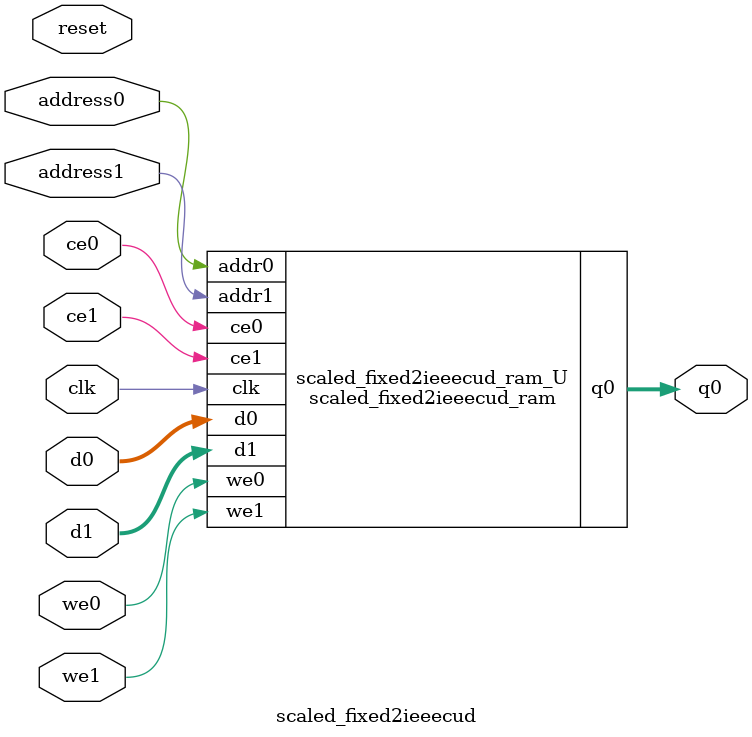
<source format=v>

`timescale 1 ns / 1 ps
module scaled_fixed2ieeecud_ram (addr0, ce0, d0, we0, q0, addr1, ce1, d1, we1,  clk);

parameter DWIDTH = 32;
parameter AWIDTH = 1;
parameter MEM_SIZE = 2;

input[AWIDTH-1:0] addr0;
input ce0;
input[DWIDTH-1:0] d0;
input we0;
output reg[DWIDTH-1:0] q0;
input[AWIDTH-1:0] addr1;
input ce1;
input[DWIDTH-1:0] d1;
input we1;
input clk;

(* ram_style = "block" *)reg [DWIDTH-1:0] ram[0:MEM_SIZE-1];




always @(posedge clk)  
begin 
    if (ce0) 
    begin
        if (we0) 
        begin 
            ram[addr0] <= d0; 
            q0 <= d0;
        end 
        else 
            q0 <= ram[addr0];
    end
end


always @(posedge clk)  
begin 
    if (ce1) 
    begin
        if (we1) 
        begin 
            ram[addr1] <= d1; 
        end 
    end
end


endmodule


`timescale 1 ns / 1 ps
module scaled_fixed2ieeecud(
    reset,
    clk,
    address0,
    ce0,
    we0,
    d0,
    q0,
    address1,
    ce1,
    we1,
    d1);

parameter DataWidth = 32'd32;
parameter AddressRange = 32'd2;
parameter AddressWidth = 32'd1;
input reset;
input clk;
input[AddressWidth - 1:0] address0;
input ce0;
input we0;
input[DataWidth - 1:0] d0;
output[DataWidth - 1:0] q0;
input[AddressWidth - 1:0] address1;
input ce1;
input we1;
input[DataWidth - 1:0] d1;



scaled_fixed2ieeecud_ram scaled_fixed2ieeecud_ram_U(
    .clk( clk ),
    .addr0( address0 ),
    .ce0( ce0 ),
    .we0( we0 ),
    .d0( d0 ),
    .q0( q0 ),
    .addr1( address1 ),
    .ce1( ce1 ),
    .we1( we1 ),
    .d1( d1 ));

endmodule


</source>
